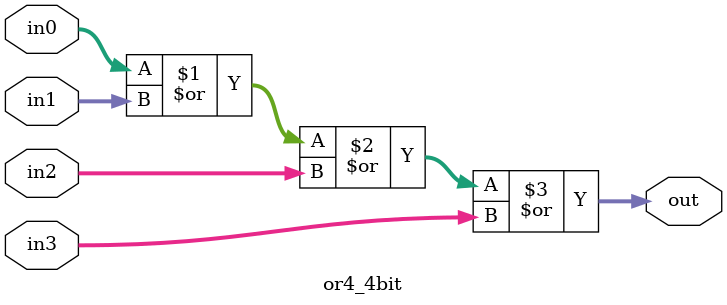
<source format=sv>
module nand4_4 (
    input  wire [3:0] A,
    input  wire [3:0] B,
    input  wire [3:0] C,
    input  wire [3:0] D,
    output wire [3:0] Y
);

    // Internal wires for inverted inputs
    wire [3:0] A_n;
    wire [3:0] B_n;
    wire [3:0] C_n;
    wire [3:0] D_n;

    // Invert each input vector
    inverter_4bit u_inverter_a (
        .in_vec(A),
        .out_vec(A_n)
    );
    inverter_4bit u_inverter_b (
        .in_vec(B),
        .out_vec(B_n)
    );
    inverter_4bit u_inverter_c (
        .in_vec(C),
        .out_vec(C_n)
    );
    inverter_4bit u_inverter_d (
        .in_vec(D),
        .out_vec(D_n)
    );

    // 4-input OR gate for each bit position
    or4_4bit u_or4_4bit (
        .in0(A_n),
        .in1(B_n),
        .in2(C_n),
        .in3(D_n),
        .out(Y)
    );

endmodule

// 4-bit inverter module
// Purpose: Inverts a 4-bit input vector
module inverter_4bit (
    input  wire [3:0] in_vec,
    output wire [3:0] out_vec
);
    assign out_vec = ~in_vec;
endmodule

// 4-bit 4-input OR gate module
// Purpose: Performs bitwise 4-input OR operation across four 4-bit vectors
module or4_4bit (
    input  wire [3:0] in0,
    input  wire [3:0] in1,
    input  wire [3:0] in2,
    input  wire [3:0] in3,
    output wire [3:0] out
);
    assign out = in0 | in1 | in2 | in3;
endmodule
</source>
